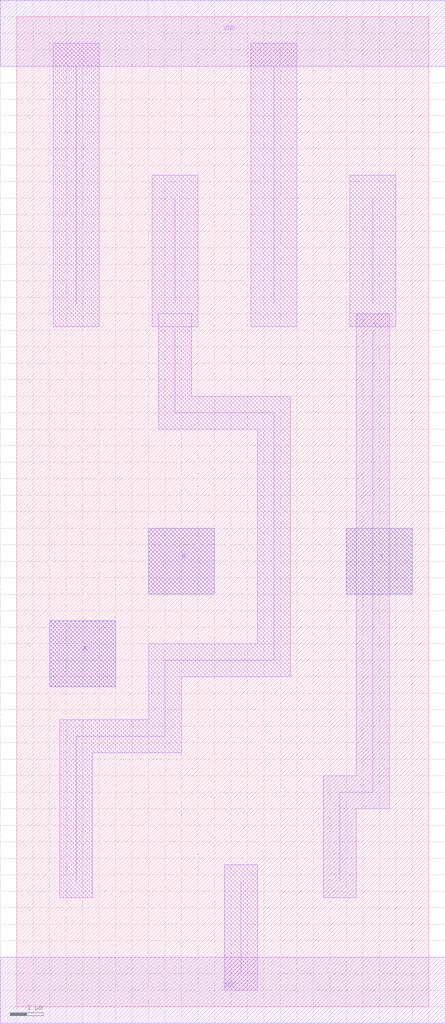
<source format=lef>
VERSION 5.5 ;
NAMESCASESENSITIVE ON ;
BUSBITCHARS "[]" ;
DIVIDERCHAR "/" ;

MACRO an21
  CLASS CORE ;
  SOURCE USER ;
  ORIGIN 0 0 ;
  SIZE 12.500 BY 30.000 ;
  SYMMETRY X Y ;
  SITE unit ;
 
  PIN A
    USE SIGNAL ;
    PORT
      LAYER ML2 ;
        POLYGON 1.000 9.700  1.000 11.700  3.000 11.700  3.000 9.700  1.000 
        9.700  ;
    END
    PORT
      LAYER ML1 ;
        POLYGON 1.000 9.700  1.000 11.700  3.000 11.700  3.000 9.700  1.000 
        9.700  ;
    END
  END A
  PIN B
    USE SIGNAL ;
    PORT
      LAYER ML2 ;
        POLYGON 4.000 12.500  4.000 14.500  6.000 14.500  6.000 12.500  4.000 
        12.500  ;
    END
    PORT
      LAYER ML1 ;
        POLYGON 4.000 12.500  4.000 14.500  6.000 14.500  6.000 12.500  4.000 
        12.500  ;
    END
  END B
  PIN VDD
    USE POWER ;
    PORT
      LAYER ML1 ;
        RECT -0.500 28.500  13.000 30.500  ;
    END
  END VDD
  PIN VSS
    USE GROUND ;
    PORT
      LAYER ML1 ;
        RECT -0.500 -0.500  13.000 1.500  ;
    END
  END VSS
  PIN Y
    USE SIGNAL ;
    PORT
      LAYER ML2 ;
        POLYGON 10.000 12.500  10.000 14.500  12.000 14.500  12.000 12.500  
        10.000 12.500  ;
    END
    PORT
      LAYER ML1 ;
        POLYGON 10.000 12.500  10.000 14.500  12.000 14.500  12.000 12.500  
        10.000 12.500  ;
    END
    PORT
      LAYER ML1 ;
        WIDTH 1.000  ;
        PATH 10.800 20.500 10.800 6.500 9.800 6.500 9.800 3.800  ;
    END
  END Y
  OBS
    LAYER ML1 ;
      WIDTH 1.400  ;
      PATH 7.800 21.300 7.800 28.500  ;
      WIDTH 1.400  ;
      PATH 10.800 21.300 10.800 24.500  ;
      WIDTH 1.000  ;
      PATH 6.800 1.000 6.800 3.800  ;
      WIDTH 1.000  ;
      PATH 4.800 20.500 4.800 18.000 7.800 18.000 7.800 10.500 4.500 10.500 
      4.500 8.200 1.800 8.200 1.800 3.800  ;
      WIDTH 1.400  ;
      PATH 1.800 21.300 1.800 28.500  ;
      WIDTH 1.400  ;
      PATH 4.800 21.300 4.800 24.500  ;
    VIA 1.800 22.500  dcont ;
    VIA 1.800 20.500  dcont ;
    VIA 1.800 3.800  dcont ;
    VIA 1.800 24.500  dcont ;
    VIA 4.800 22.500  dcont ;
    VIA 4.800 20.500  dcont ;
    VIA 4.800 24.500  dcont ;
    VIA 6.800 3.800  dcont ;
    VIA 7.800 24.500  dcont ;
    VIA 7.800 22.500  dcont ;
    VIA 7.800 20.500  dcont ;
    VIA 9.800 3.800  dcont ;
    VIA 10.800 20.500  dcont ;
    VIA 10.800 22.500  dcont ;
    VIA 10.800 24.500  dcont ;
    VIA 5.000 13.500  pcont ;
    VIA 5.500 29.500  nsubcont ;
    VIA 8.300 10.500  pcont ;
    VIA 2.000 10.700  pcont ;
    VIA 5.000 0.500  psubcont ;
  END
END an21

MACRO dcont
  CLASS CORE ;
  OBS
    LAYER ML1 ;
      RECT -1.000 -1.000  1.000 1.000  ;
  END
END dcont

MACRO pcont
  CLASS CORE ;
  OBS
    LAYER ML1 ;
      RECT -1.000 -1.000  1.000 1.000  ;
  END
END pcont

MACRO nsubcont
  CLASS CORE ;
  OBS
    LAYER ML1 ;
      RECT -1.000 -1.000  1.000 1.000  ;
  END
END nsubcont

MACRO psubcont
  CLASS CORE ;
  OBS
    LAYER ML1 ;
      RECT -1.000 -1.000  1.000 1.000  ;
  END
END psubcont


END LIBRARY

</source>
